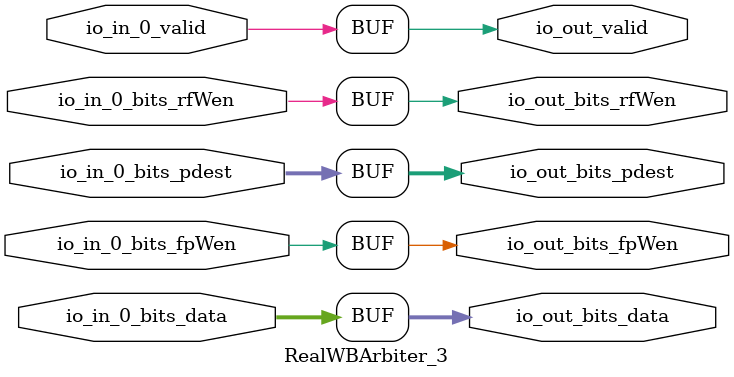
<source format=sv>
`ifndef RANDOMIZE
  `ifdef RANDOMIZE_MEM_INIT
    `define RANDOMIZE
  `endif // RANDOMIZE_MEM_INIT
`endif // not def RANDOMIZE
`ifndef RANDOMIZE
  `ifdef RANDOMIZE_REG_INIT
    `define RANDOMIZE
  `endif // RANDOMIZE_REG_INIT
`endif // not def RANDOMIZE

`ifndef RANDOM
  `define RANDOM $random
`endif // not def RANDOM

// Users can define INIT_RANDOM as general code that gets injected into the
// initializer block for modules with registers.
`ifndef INIT_RANDOM
  `define INIT_RANDOM
`endif // not def INIT_RANDOM

// If using random initialization, you can also define RANDOMIZE_DELAY to
// customize the delay used, otherwise 0.002 is used.
`ifndef RANDOMIZE_DELAY
  `define RANDOMIZE_DELAY 0.002
`endif // not def RANDOMIZE_DELAY

// Define INIT_RANDOM_PROLOG_ for use in our modules below.
`ifndef INIT_RANDOM_PROLOG_
  `ifdef RANDOMIZE
    `ifdef VERILATOR
      `define INIT_RANDOM_PROLOG_ `INIT_RANDOM
    `else  // VERILATOR
      `define INIT_RANDOM_PROLOG_ `INIT_RANDOM #`RANDOMIZE_DELAY begin end
    `endif // VERILATOR
  `else  // RANDOMIZE
    `define INIT_RANDOM_PROLOG_
  `endif // RANDOMIZE
`endif // not def INIT_RANDOM_PROLOG_

// Include register initializers in init blocks unless synthesis is set
`ifndef SYNTHESIS
  `ifndef ENABLE_INITIAL_REG_
    `define ENABLE_INITIAL_REG_
  `endif // not def ENABLE_INITIAL_REG_
`endif // not def SYNTHESIS

// Include rmemory initializers in init blocks unless synthesis is set
`ifndef SYNTHESIS
  `ifndef ENABLE_INITIAL_MEM_
    `define ENABLE_INITIAL_MEM_
  `endif // not def ENABLE_INITIAL_MEM_
`endif // not def SYNTHESIS

module RealWBArbiter_3(
  input         io_in_0_valid,
  input         io_in_0_bits_rfWen,
  input         io_in_0_bits_fpWen,
  input  [7:0]  io_in_0_bits_pdest,
  input  [63:0] io_in_0_bits_data,
  output        io_out_valid,
  output        io_out_bits_rfWen,
  output        io_out_bits_fpWen,
  output [7:0]  io_out_bits_pdest,
  output [63:0] io_out_bits_data
);

  assign io_out_valid = io_in_0_valid;
  assign io_out_bits_rfWen = io_in_0_bits_rfWen;
  assign io_out_bits_fpWen = io_in_0_bits_fpWen;
  assign io_out_bits_pdest = io_in_0_bits_pdest;
  assign io_out_bits_data = io_in_0_bits_data;
endmodule


</source>
